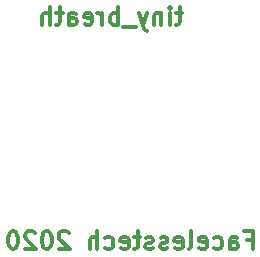
<source format=gbr>
G04 #@! TF.GenerationSoftware,KiCad,Pcbnew,5.0.2+dfsg1-1~bpo9+1*
G04 #@! TF.CreationDate,2020-02-22T15:05:15+00:00*
G04 #@! TF.ProjectId,tiny_powerbank_alyzer,74696e79-5f70-46f7-9765-7262616e6b5f,rev?*
G04 #@! TF.SameCoordinates,Original*
G04 #@! TF.FileFunction,Legend,Bot*
G04 #@! TF.FilePolarity,Positive*
%FSLAX46Y46*%
G04 Gerber Fmt 4.6, Leading zero omitted, Abs format (unit mm)*
G04 Created by KiCad (PCBNEW 5.0.2+dfsg1-1~bpo9+1) date Sat 22 Feb 2020 15:05:15 GMT*
%MOMM*%
%LPD*%
G01*
G04 APERTURE LIST*
%ADD10C,0.300000*%
G04 APERTURE END LIST*
D10*
X149145508Y-64921937D02*
X149645508Y-64921937D01*
X149645508Y-65707651D02*
X149645508Y-64207651D01*
X148931222Y-64207651D01*
X147716937Y-65707651D02*
X147716937Y-64921937D01*
X147788365Y-64779080D01*
X147931222Y-64707651D01*
X148216937Y-64707651D01*
X148359794Y-64779080D01*
X147716937Y-65636222D02*
X147859794Y-65707651D01*
X148216937Y-65707651D01*
X148359794Y-65636222D01*
X148431222Y-65493365D01*
X148431222Y-65350508D01*
X148359794Y-65207651D01*
X148216937Y-65136222D01*
X147859794Y-65136222D01*
X147716937Y-65064794D01*
X146359794Y-65636222D02*
X146502651Y-65707651D01*
X146788365Y-65707651D01*
X146931222Y-65636222D01*
X147002651Y-65564794D01*
X147074080Y-65421937D01*
X147074080Y-64993365D01*
X147002651Y-64850508D01*
X146931222Y-64779080D01*
X146788365Y-64707651D01*
X146502651Y-64707651D01*
X146359794Y-64779080D01*
X145145508Y-65636222D02*
X145288365Y-65707651D01*
X145574080Y-65707651D01*
X145716937Y-65636222D01*
X145788365Y-65493365D01*
X145788365Y-64921937D01*
X145716937Y-64779080D01*
X145574080Y-64707651D01*
X145288365Y-64707651D01*
X145145508Y-64779080D01*
X145074080Y-64921937D01*
X145074080Y-65064794D01*
X145788365Y-65207651D01*
X144216937Y-65707651D02*
X144359794Y-65636222D01*
X144431222Y-65493365D01*
X144431222Y-64207651D01*
X143074080Y-65636222D02*
X143216937Y-65707651D01*
X143502651Y-65707651D01*
X143645508Y-65636222D01*
X143716937Y-65493365D01*
X143716937Y-64921937D01*
X143645508Y-64779080D01*
X143502651Y-64707651D01*
X143216937Y-64707651D01*
X143074080Y-64779080D01*
X143002651Y-64921937D01*
X143002651Y-65064794D01*
X143716937Y-65207651D01*
X142431222Y-65636222D02*
X142288365Y-65707651D01*
X142002651Y-65707651D01*
X141859794Y-65636222D01*
X141788365Y-65493365D01*
X141788365Y-65421937D01*
X141859794Y-65279080D01*
X142002651Y-65207651D01*
X142216937Y-65207651D01*
X142359794Y-65136222D01*
X142431222Y-64993365D01*
X142431222Y-64921937D01*
X142359794Y-64779080D01*
X142216937Y-64707651D01*
X142002651Y-64707651D01*
X141859794Y-64779080D01*
X141216937Y-65636222D02*
X141074080Y-65707651D01*
X140788365Y-65707651D01*
X140645508Y-65636222D01*
X140574080Y-65493365D01*
X140574080Y-65421937D01*
X140645508Y-65279080D01*
X140788365Y-65207651D01*
X141002651Y-65207651D01*
X141145508Y-65136222D01*
X141216937Y-64993365D01*
X141216937Y-64921937D01*
X141145508Y-64779080D01*
X141002651Y-64707651D01*
X140788365Y-64707651D01*
X140645508Y-64779080D01*
X140145508Y-64707651D02*
X139574080Y-64707651D01*
X139931222Y-64207651D02*
X139931222Y-65493365D01*
X139859794Y-65636222D01*
X139716937Y-65707651D01*
X139574080Y-65707651D01*
X138502651Y-65636222D02*
X138645508Y-65707651D01*
X138931222Y-65707651D01*
X139074080Y-65636222D01*
X139145508Y-65493365D01*
X139145508Y-64921937D01*
X139074080Y-64779080D01*
X138931222Y-64707651D01*
X138645508Y-64707651D01*
X138502651Y-64779080D01*
X138431222Y-64921937D01*
X138431222Y-65064794D01*
X139145508Y-65207651D01*
X137145508Y-65636222D02*
X137288365Y-65707651D01*
X137574080Y-65707651D01*
X137716937Y-65636222D01*
X137788365Y-65564794D01*
X137859794Y-65421937D01*
X137859794Y-64993365D01*
X137788365Y-64850508D01*
X137716937Y-64779080D01*
X137574080Y-64707651D01*
X137288365Y-64707651D01*
X137145508Y-64779080D01*
X136502651Y-65707651D02*
X136502651Y-64207651D01*
X135859794Y-65707651D02*
X135859794Y-64921937D01*
X135931222Y-64779080D01*
X136074080Y-64707651D01*
X136288365Y-64707651D01*
X136431222Y-64779080D01*
X136502651Y-64850508D01*
X134074079Y-64350508D02*
X134002651Y-64279080D01*
X133859794Y-64207651D01*
X133502651Y-64207651D01*
X133359794Y-64279080D01*
X133288365Y-64350508D01*
X133216937Y-64493365D01*
X133216937Y-64636222D01*
X133288365Y-64850508D01*
X134145508Y-65707651D01*
X133216937Y-65707651D01*
X132288365Y-64207651D02*
X132145508Y-64207651D01*
X132002651Y-64279080D01*
X131931222Y-64350508D01*
X131859794Y-64493365D01*
X131788365Y-64779080D01*
X131788365Y-65136222D01*
X131859794Y-65421937D01*
X131931222Y-65564794D01*
X132002651Y-65636222D01*
X132145508Y-65707651D01*
X132288365Y-65707651D01*
X132431222Y-65636222D01*
X132502651Y-65564794D01*
X132574079Y-65421937D01*
X132645508Y-65136222D01*
X132645508Y-64779080D01*
X132574079Y-64493365D01*
X132502651Y-64350508D01*
X132431222Y-64279080D01*
X132288365Y-64207651D01*
X131216937Y-64350508D02*
X131145508Y-64279080D01*
X131002651Y-64207651D01*
X130645508Y-64207651D01*
X130502651Y-64279080D01*
X130431222Y-64350508D01*
X130359794Y-64493365D01*
X130359794Y-64636222D01*
X130431222Y-64850508D01*
X131288365Y-65707651D01*
X130359794Y-65707651D01*
X129431222Y-64207651D02*
X129288365Y-64207651D01*
X129145508Y-64279080D01*
X129074079Y-64350508D01*
X129002651Y-64493365D01*
X128931222Y-64779080D01*
X128931222Y-65136222D01*
X129002651Y-65421937D01*
X129074079Y-65564794D01*
X129145508Y-65636222D01*
X129288365Y-65707651D01*
X129431222Y-65707651D01*
X129574079Y-65636222D01*
X129645508Y-65564794D01*
X129716937Y-65421937D01*
X129788365Y-65136222D01*
X129788365Y-64779080D01*
X129716937Y-64493365D01*
X129645508Y-64350508D01*
X129574079Y-64279080D01*
X129431222Y-64207651D01*
X143703714Y-45733851D02*
X143132285Y-45733851D01*
X143489428Y-45233851D02*
X143489428Y-46519565D01*
X143418000Y-46662422D01*
X143275142Y-46733851D01*
X143132285Y-46733851D01*
X142632285Y-46733851D02*
X142632285Y-45733851D01*
X142632285Y-45233851D02*
X142703714Y-45305280D01*
X142632285Y-45376708D01*
X142560857Y-45305280D01*
X142632285Y-45233851D01*
X142632285Y-45376708D01*
X141918000Y-45733851D02*
X141918000Y-46733851D01*
X141918000Y-45876708D02*
X141846571Y-45805280D01*
X141703714Y-45733851D01*
X141489428Y-45733851D01*
X141346571Y-45805280D01*
X141275142Y-45948137D01*
X141275142Y-46733851D01*
X140703714Y-45733851D02*
X140346571Y-46733851D01*
X139989428Y-45733851D02*
X140346571Y-46733851D01*
X140489428Y-47090994D01*
X140560857Y-47162422D01*
X140703714Y-47233851D01*
X139775142Y-46876708D02*
X138632285Y-46876708D01*
X138275142Y-46733851D02*
X138275142Y-45233851D01*
X138275142Y-45805280D02*
X138132285Y-45733851D01*
X137846571Y-45733851D01*
X137703714Y-45805280D01*
X137632285Y-45876708D01*
X137560857Y-46019565D01*
X137560857Y-46448137D01*
X137632285Y-46590994D01*
X137703714Y-46662422D01*
X137846571Y-46733851D01*
X138132285Y-46733851D01*
X138275142Y-46662422D01*
X136918000Y-46733851D02*
X136918000Y-45733851D01*
X136918000Y-46019565D02*
X136846571Y-45876708D01*
X136775142Y-45805280D01*
X136632285Y-45733851D01*
X136489428Y-45733851D01*
X135418000Y-46662422D02*
X135560857Y-46733851D01*
X135846571Y-46733851D01*
X135989428Y-46662422D01*
X136060857Y-46519565D01*
X136060857Y-45948137D01*
X135989428Y-45805280D01*
X135846571Y-45733851D01*
X135560857Y-45733851D01*
X135418000Y-45805280D01*
X135346571Y-45948137D01*
X135346571Y-46090994D01*
X136060857Y-46233851D01*
X134060857Y-46733851D02*
X134060857Y-45948137D01*
X134132285Y-45805280D01*
X134275142Y-45733851D01*
X134560857Y-45733851D01*
X134703714Y-45805280D01*
X134060857Y-46662422D02*
X134203714Y-46733851D01*
X134560857Y-46733851D01*
X134703714Y-46662422D01*
X134775142Y-46519565D01*
X134775142Y-46376708D01*
X134703714Y-46233851D01*
X134560857Y-46162422D01*
X134203714Y-46162422D01*
X134060857Y-46090994D01*
X133560857Y-45733851D02*
X132989428Y-45733851D01*
X133346571Y-45233851D02*
X133346571Y-46519565D01*
X133275142Y-46662422D01*
X133132285Y-46733851D01*
X132989428Y-46733851D01*
X132489428Y-46733851D02*
X132489428Y-45233851D01*
X131846571Y-46733851D02*
X131846571Y-45948137D01*
X131918000Y-45805280D01*
X132060857Y-45733851D01*
X132275142Y-45733851D01*
X132418000Y-45805280D01*
X132489428Y-45876708D01*
M02*

</source>
